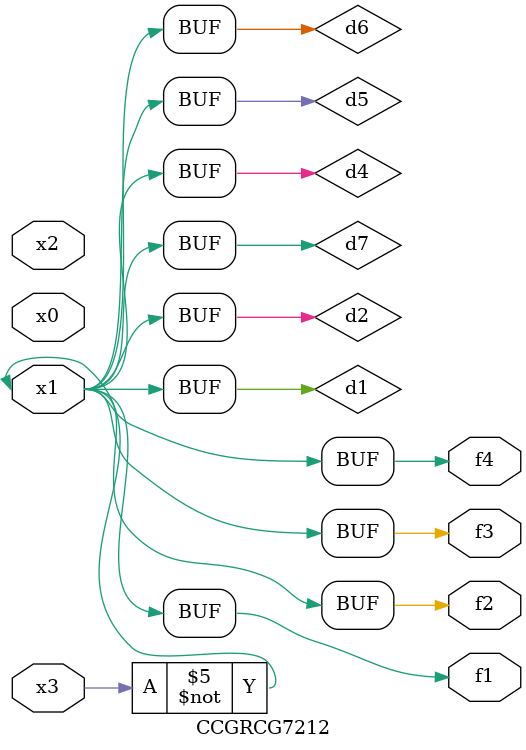
<source format=v>
module CCGRCG7212(
	input x0, x1, x2, x3,
	output f1, f2, f3, f4
);

	wire d1, d2, d3, d4, d5, d6, d7;

	not (d1, x3);
	buf (d2, x1);
	xnor (d3, d1, d2);
	nor (d4, d1);
	buf (d5, d1, d2);
	buf (d6, d4, d5);
	nand (d7, d4);
	assign f1 = d6;
	assign f2 = d7;
	assign f3 = d6;
	assign f4 = d6;
endmodule

</source>
